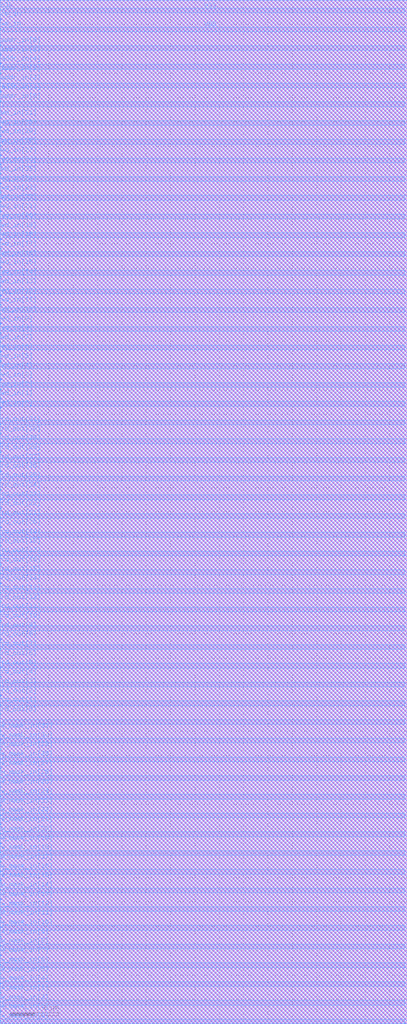
<source format=lef>
# Generated by FakeRAM 2.0
VERSION 5.7 ;
BUSBITCHARS "[]" ;
PROPERTYDEFINITIONS
  MACRO width INTEGER ;
  MACRO depth INTEGER ;
  MACRO banks INTEGER ;
END PROPERTYDEFINITIONS
MACRO fakeram7_128x32
  PROPERTY width 32 ;
  PROPERTY depth 128 ;
  PROPERTY banks 2 ;
  FOREIGN fakeram7_128x32 0 0 ;
  SYMMETRY X Y R90 ;
  SIZE 8.360 BY 21.000 ;
  CLASS BLOCK ;
  PIN w_mask_in[0]
    DIRECTION INPUT ;
    USE SIGNAL ;
    SHAPE ABUTMENT ;
    PORT
      LAYER M4 ;
      RECT 0.000 0.048 0.024 0.072 ;
    END
  END w_mask_in[0]
  PIN w_mask_in[1]
    DIRECTION INPUT ;
    USE SIGNAL ;
    SHAPE ABUTMENT ;
    PORT
      LAYER M4 ;
      RECT 0.000 0.240 0.024 0.264 ;
    END
  END w_mask_in[1]
  PIN w_mask_in[2]
    DIRECTION INPUT ;
    USE SIGNAL ;
    SHAPE ABUTMENT ;
    PORT
      LAYER M4 ;
      RECT 0.000 0.432 0.024 0.456 ;
    END
  END w_mask_in[2]
  PIN w_mask_in[3]
    DIRECTION INPUT ;
    USE SIGNAL ;
    SHAPE ABUTMENT ;
    PORT
      LAYER M4 ;
      RECT 0.000 0.624 0.024 0.648 ;
    END
  END w_mask_in[3]
  PIN w_mask_in[4]
    DIRECTION INPUT ;
    USE SIGNAL ;
    SHAPE ABUTMENT ;
    PORT
      LAYER M4 ;
      RECT 0.000 0.816 0.024 0.840 ;
    END
  END w_mask_in[4]
  PIN w_mask_in[5]
    DIRECTION INPUT ;
    USE SIGNAL ;
    SHAPE ABUTMENT ;
    PORT
      LAYER M4 ;
      RECT 0.000 1.008 0.024 1.032 ;
    END
  END w_mask_in[5]
  PIN w_mask_in[6]
    DIRECTION INPUT ;
    USE SIGNAL ;
    SHAPE ABUTMENT ;
    PORT
      LAYER M4 ;
      RECT 0.000 1.200 0.024 1.224 ;
    END
  END w_mask_in[6]
  PIN w_mask_in[7]
    DIRECTION INPUT ;
    USE SIGNAL ;
    SHAPE ABUTMENT ;
    PORT
      LAYER M4 ;
      RECT 0.000 1.392 0.024 1.416 ;
    END
  END w_mask_in[7]
  PIN w_mask_in[8]
    DIRECTION INPUT ;
    USE SIGNAL ;
    SHAPE ABUTMENT ;
    PORT
      LAYER M4 ;
      RECT 0.000 1.584 0.024 1.608 ;
    END
  END w_mask_in[8]
  PIN w_mask_in[9]
    DIRECTION INPUT ;
    USE SIGNAL ;
    SHAPE ABUTMENT ;
    PORT
      LAYER M4 ;
      RECT 0.000 1.776 0.024 1.800 ;
    END
  END w_mask_in[9]
  PIN w_mask_in[10]
    DIRECTION INPUT ;
    USE SIGNAL ;
    SHAPE ABUTMENT ;
    PORT
      LAYER M4 ;
      RECT 0.000 1.968 0.024 1.992 ;
    END
  END w_mask_in[10]
  PIN w_mask_in[11]
    DIRECTION INPUT ;
    USE SIGNAL ;
    SHAPE ABUTMENT ;
    PORT
      LAYER M4 ;
      RECT 0.000 2.160 0.024 2.184 ;
    END
  END w_mask_in[11]
  PIN w_mask_in[12]
    DIRECTION INPUT ;
    USE SIGNAL ;
    SHAPE ABUTMENT ;
    PORT
      LAYER M4 ;
      RECT 0.000 2.352 0.024 2.376 ;
    END
  END w_mask_in[12]
  PIN w_mask_in[13]
    DIRECTION INPUT ;
    USE SIGNAL ;
    SHAPE ABUTMENT ;
    PORT
      LAYER M4 ;
      RECT 0.000 2.544 0.024 2.568 ;
    END
  END w_mask_in[13]
  PIN w_mask_in[14]
    DIRECTION INPUT ;
    USE SIGNAL ;
    SHAPE ABUTMENT ;
    PORT
      LAYER M4 ;
      RECT 0.000 2.736 0.024 2.760 ;
    END
  END w_mask_in[14]
  PIN w_mask_in[15]
    DIRECTION INPUT ;
    USE SIGNAL ;
    SHAPE ABUTMENT ;
    PORT
      LAYER M4 ;
      RECT 0.000 2.928 0.024 2.952 ;
    END
  END w_mask_in[15]
  PIN w_mask_in[16]
    DIRECTION INPUT ;
    USE SIGNAL ;
    SHAPE ABUTMENT ;
    PORT
      LAYER M4 ;
      RECT 0.000 3.120 0.024 3.144 ;
    END
  END w_mask_in[16]
  PIN w_mask_in[17]
    DIRECTION INPUT ;
    USE SIGNAL ;
    SHAPE ABUTMENT ;
    PORT
      LAYER M4 ;
      RECT 0.000 3.312 0.024 3.336 ;
    END
  END w_mask_in[17]
  PIN w_mask_in[18]
    DIRECTION INPUT ;
    USE SIGNAL ;
    SHAPE ABUTMENT ;
    PORT
      LAYER M4 ;
      RECT 0.000 3.504 0.024 3.528 ;
    END
  END w_mask_in[18]
  PIN w_mask_in[19]
    DIRECTION INPUT ;
    USE SIGNAL ;
    SHAPE ABUTMENT ;
    PORT
      LAYER M4 ;
      RECT 0.000 3.696 0.024 3.720 ;
    END
  END w_mask_in[19]
  PIN w_mask_in[20]
    DIRECTION INPUT ;
    USE SIGNAL ;
    SHAPE ABUTMENT ;
    PORT
      LAYER M4 ;
      RECT 0.000 3.888 0.024 3.912 ;
    END
  END w_mask_in[20]
  PIN w_mask_in[21]
    DIRECTION INPUT ;
    USE SIGNAL ;
    SHAPE ABUTMENT ;
    PORT
      LAYER M4 ;
      RECT 0.000 4.080 0.024 4.104 ;
    END
  END w_mask_in[21]
  PIN w_mask_in[22]
    DIRECTION INPUT ;
    USE SIGNAL ;
    SHAPE ABUTMENT ;
    PORT
      LAYER M4 ;
      RECT 0.000 4.272 0.024 4.296 ;
    END
  END w_mask_in[22]
  PIN w_mask_in[23]
    DIRECTION INPUT ;
    USE SIGNAL ;
    SHAPE ABUTMENT ;
    PORT
      LAYER M4 ;
      RECT 0.000 4.464 0.024 4.488 ;
    END
  END w_mask_in[23]
  PIN w_mask_in[24]
    DIRECTION INPUT ;
    USE SIGNAL ;
    SHAPE ABUTMENT ;
    PORT
      LAYER M4 ;
      RECT 0.000 4.656 0.024 4.680 ;
    END
  END w_mask_in[24]
  PIN w_mask_in[25]
    DIRECTION INPUT ;
    USE SIGNAL ;
    SHAPE ABUTMENT ;
    PORT
      LAYER M4 ;
      RECT 0.000 4.848 0.024 4.872 ;
    END
  END w_mask_in[25]
  PIN w_mask_in[26]
    DIRECTION INPUT ;
    USE SIGNAL ;
    SHAPE ABUTMENT ;
    PORT
      LAYER M4 ;
      RECT 0.000 5.040 0.024 5.064 ;
    END
  END w_mask_in[26]
  PIN w_mask_in[27]
    DIRECTION INPUT ;
    USE SIGNAL ;
    SHAPE ABUTMENT ;
    PORT
      LAYER M4 ;
      RECT 0.000 5.232 0.024 5.256 ;
    END
  END w_mask_in[27]
  PIN w_mask_in[28]
    DIRECTION INPUT ;
    USE SIGNAL ;
    SHAPE ABUTMENT ;
    PORT
      LAYER M4 ;
      RECT 0.000 5.424 0.024 5.448 ;
    END
  END w_mask_in[28]
  PIN w_mask_in[29]
    DIRECTION INPUT ;
    USE SIGNAL ;
    SHAPE ABUTMENT ;
    PORT
      LAYER M4 ;
      RECT 0.000 5.616 0.024 5.640 ;
    END
  END w_mask_in[29]
  PIN w_mask_in[30]
    DIRECTION INPUT ;
    USE SIGNAL ;
    SHAPE ABUTMENT ;
    PORT
      LAYER M4 ;
      RECT 0.000 5.808 0.024 5.832 ;
    END
  END w_mask_in[30]
  PIN w_mask_in[31]
    DIRECTION INPUT ;
    USE SIGNAL ;
    SHAPE ABUTMENT ;
    PORT
      LAYER M4 ;
      RECT 0.000 6.000 0.024 6.024 ;
    END
  END w_mask_in[31]
  PIN rd_out[0]
    DIRECTION OUTPUT ;
    USE SIGNAL ;
    SHAPE ABUTMENT ;
    PORT
      LAYER M4 ;
      RECT 0.000 6.336 0.024 6.360 ;
    END
  END rd_out[0]
  PIN rd_out[1]
    DIRECTION OUTPUT ;
    USE SIGNAL ;
    SHAPE ABUTMENT ;
    PORT
      LAYER M4 ;
      RECT 0.000 6.528 0.024 6.552 ;
    END
  END rd_out[1]
  PIN rd_out[2]
    DIRECTION OUTPUT ;
    USE SIGNAL ;
    SHAPE ABUTMENT ;
    PORT
      LAYER M4 ;
      RECT 0.000 6.720 0.024 6.744 ;
    END
  END rd_out[2]
  PIN rd_out[3]
    DIRECTION OUTPUT ;
    USE SIGNAL ;
    SHAPE ABUTMENT ;
    PORT
      LAYER M4 ;
      RECT 0.000 6.912 0.024 6.936 ;
    END
  END rd_out[3]
  PIN rd_out[4]
    DIRECTION OUTPUT ;
    USE SIGNAL ;
    SHAPE ABUTMENT ;
    PORT
      LAYER M4 ;
      RECT 0.000 7.104 0.024 7.128 ;
    END
  END rd_out[4]
  PIN rd_out[5]
    DIRECTION OUTPUT ;
    USE SIGNAL ;
    SHAPE ABUTMENT ;
    PORT
      LAYER M4 ;
      RECT 0.000 7.296 0.024 7.320 ;
    END
  END rd_out[5]
  PIN rd_out[6]
    DIRECTION OUTPUT ;
    USE SIGNAL ;
    SHAPE ABUTMENT ;
    PORT
      LAYER M4 ;
      RECT 0.000 7.488 0.024 7.512 ;
    END
  END rd_out[6]
  PIN rd_out[7]
    DIRECTION OUTPUT ;
    USE SIGNAL ;
    SHAPE ABUTMENT ;
    PORT
      LAYER M4 ;
      RECT 0.000 7.680 0.024 7.704 ;
    END
  END rd_out[7]
  PIN rd_out[8]
    DIRECTION OUTPUT ;
    USE SIGNAL ;
    SHAPE ABUTMENT ;
    PORT
      LAYER M4 ;
      RECT 0.000 7.872 0.024 7.896 ;
    END
  END rd_out[8]
  PIN rd_out[9]
    DIRECTION OUTPUT ;
    USE SIGNAL ;
    SHAPE ABUTMENT ;
    PORT
      LAYER M4 ;
      RECT 0.000 8.064 0.024 8.088 ;
    END
  END rd_out[9]
  PIN rd_out[10]
    DIRECTION OUTPUT ;
    USE SIGNAL ;
    SHAPE ABUTMENT ;
    PORT
      LAYER M4 ;
      RECT 0.000 8.256 0.024 8.280 ;
    END
  END rd_out[10]
  PIN rd_out[11]
    DIRECTION OUTPUT ;
    USE SIGNAL ;
    SHAPE ABUTMENT ;
    PORT
      LAYER M4 ;
      RECT 0.000 8.448 0.024 8.472 ;
    END
  END rd_out[11]
  PIN rd_out[12]
    DIRECTION OUTPUT ;
    USE SIGNAL ;
    SHAPE ABUTMENT ;
    PORT
      LAYER M4 ;
      RECT 0.000 8.640 0.024 8.664 ;
    END
  END rd_out[12]
  PIN rd_out[13]
    DIRECTION OUTPUT ;
    USE SIGNAL ;
    SHAPE ABUTMENT ;
    PORT
      LAYER M4 ;
      RECT 0.000 8.832 0.024 8.856 ;
    END
  END rd_out[13]
  PIN rd_out[14]
    DIRECTION OUTPUT ;
    USE SIGNAL ;
    SHAPE ABUTMENT ;
    PORT
      LAYER M4 ;
      RECT 0.000 9.024 0.024 9.048 ;
    END
  END rd_out[14]
  PIN rd_out[15]
    DIRECTION OUTPUT ;
    USE SIGNAL ;
    SHAPE ABUTMENT ;
    PORT
      LAYER M4 ;
      RECT 0.000 9.216 0.024 9.240 ;
    END
  END rd_out[15]
  PIN rd_out[16]
    DIRECTION OUTPUT ;
    USE SIGNAL ;
    SHAPE ABUTMENT ;
    PORT
      LAYER M4 ;
      RECT 0.000 9.408 0.024 9.432 ;
    END
  END rd_out[16]
  PIN rd_out[17]
    DIRECTION OUTPUT ;
    USE SIGNAL ;
    SHAPE ABUTMENT ;
    PORT
      LAYER M4 ;
      RECT 0.000 9.600 0.024 9.624 ;
    END
  END rd_out[17]
  PIN rd_out[18]
    DIRECTION OUTPUT ;
    USE SIGNAL ;
    SHAPE ABUTMENT ;
    PORT
      LAYER M4 ;
      RECT 0.000 9.792 0.024 9.816 ;
    END
  END rd_out[18]
  PIN rd_out[19]
    DIRECTION OUTPUT ;
    USE SIGNAL ;
    SHAPE ABUTMENT ;
    PORT
      LAYER M4 ;
      RECT 0.000 9.984 0.024 10.008 ;
    END
  END rd_out[19]
  PIN rd_out[20]
    DIRECTION OUTPUT ;
    USE SIGNAL ;
    SHAPE ABUTMENT ;
    PORT
      LAYER M4 ;
      RECT 0.000 10.176 0.024 10.200 ;
    END
  END rd_out[20]
  PIN rd_out[21]
    DIRECTION OUTPUT ;
    USE SIGNAL ;
    SHAPE ABUTMENT ;
    PORT
      LAYER M4 ;
      RECT 0.000 10.368 0.024 10.392 ;
    END
  END rd_out[21]
  PIN rd_out[22]
    DIRECTION OUTPUT ;
    USE SIGNAL ;
    SHAPE ABUTMENT ;
    PORT
      LAYER M4 ;
      RECT 0.000 10.560 0.024 10.584 ;
    END
  END rd_out[22]
  PIN rd_out[23]
    DIRECTION OUTPUT ;
    USE SIGNAL ;
    SHAPE ABUTMENT ;
    PORT
      LAYER M4 ;
      RECT 0.000 10.752 0.024 10.776 ;
    END
  END rd_out[23]
  PIN rd_out[24]
    DIRECTION OUTPUT ;
    USE SIGNAL ;
    SHAPE ABUTMENT ;
    PORT
      LAYER M4 ;
      RECT 0.000 10.944 0.024 10.968 ;
    END
  END rd_out[24]
  PIN rd_out[25]
    DIRECTION OUTPUT ;
    USE SIGNAL ;
    SHAPE ABUTMENT ;
    PORT
      LAYER M4 ;
      RECT 0.000 11.136 0.024 11.160 ;
    END
  END rd_out[25]
  PIN rd_out[26]
    DIRECTION OUTPUT ;
    USE SIGNAL ;
    SHAPE ABUTMENT ;
    PORT
      LAYER M4 ;
      RECT 0.000 11.328 0.024 11.352 ;
    END
  END rd_out[26]
  PIN rd_out[27]
    DIRECTION OUTPUT ;
    USE SIGNAL ;
    SHAPE ABUTMENT ;
    PORT
      LAYER M4 ;
      RECT 0.000 11.520 0.024 11.544 ;
    END
  END rd_out[27]
  PIN rd_out[28]
    DIRECTION OUTPUT ;
    USE SIGNAL ;
    SHAPE ABUTMENT ;
    PORT
      LAYER M4 ;
      RECT 0.000 11.712 0.024 11.736 ;
    END
  END rd_out[28]
  PIN rd_out[29]
    DIRECTION OUTPUT ;
    USE SIGNAL ;
    SHAPE ABUTMENT ;
    PORT
      LAYER M4 ;
      RECT 0.000 11.904 0.024 11.928 ;
    END
  END rd_out[29]
  PIN rd_out[30]
    DIRECTION OUTPUT ;
    USE SIGNAL ;
    SHAPE ABUTMENT ;
    PORT
      LAYER M4 ;
      RECT 0.000 12.096 0.024 12.120 ;
    END
  END rd_out[30]
  PIN rd_out[31]
    DIRECTION OUTPUT ;
    USE SIGNAL ;
    SHAPE ABUTMENT ;
    PORT
      LAYER M4 ;
      RECT 0.000 12.288 0.024 12.312 ;
    END
  END rd_out[31]
  PIN wd_in[0]
    DIRECTION INPUT ;
    USE SIGNAL ;
    SHAPE ABUTMENT ;
    PORT
      LAYER M4 ;
      RECT 0.000 12.624 0.024 12.648 ;
    END
  END wd_in[0]
  PIN wd_in[1]
    DIRECTION INPUT ;
    USE SIGNAL ;
    SHAPE ABUTMENT ;
    PORT
      LAYER M4 ;
      RECT 0.000 12.816 0.024 12.840 ;
    END
  END wd_in[1]
  PIN wd_in[2]
    DIRECTION INPUT ;
    USE SIGNAL ;
    SHAPE ABUTMENT ;
    PORT
      LAYER M4 ;
      RECT 0.000 13.008 0.024 13.032 ;
    END
  END wd_in[2]
  PIN wd_in[3]
    DIRECTION INPUT ;
    USE SIGNAL ;
    SHAPE ABUTMENT ;
    PORT
      LAYER M4 ;
      RECT 0.000 13.200 0.024 13.224 ;
    END
  END wd_in[3]
  PIN wd_in[4]
    DIRECTION INPUT ;
    USE SIGNAL ;
    SHAPE ABUTMENT ;
    PORT
      LAYER M4 ;
      RECT 0.000 13.392 0.024 13.416 ;
    END
  END wd_in[4]
  PIN wd_in[5]
    DIRECTION INPUT ;
    USE SIGNAL ;
    SHAPE ABUTMENT ;
    PORT
      LAYER M4 ;
      RECT 0.000 13.584 0.024 13.608 ;
    END
  END wd_in[5]
  PIN wd_in[6]
    DIRECTION INPUT ;
    USE SIGNAL ;
    SHAPE ABUTMENT ;
    PORT
      LAYER M4 ;
      RECT 0.000 13.776 0.024 13.800 ;
    END
  END wd_in[6]
  PIN wd_in[7]
    DIRECTION INPUT ;
    USE SIGNAL ;
    SHAPE ABUTMENT ;
    PORT
      LAYER M4 ;
      RECT 0.000 13.968 0.024 13.992 ;
    END
  END wd_in[7]
  PIN wd_in[8]
    DIRECTION INPUT ;
    USE SIGNAL ;
    SHAPE ABUTMENT ;
    PORT
      LAYER M4 ;
      RECT 0.000 14.160 0.024 14.184 ;
    END
  END wd_in[8]
  PIN wd_in[9]
    DIRECTION INPUT ;
    USE SIGNAL ;
    SHAPE ABUTMENT ;
    PORT
      LAYER M4 ;
      RECT 0.000 14.352 0.024 14.376 ;
    END
  END wd_in[9]
  PIN wd_in[10]
    DIRECTION INPUT ;
    USE SIGNAL ;
    SHAPE ABUTMENT ;
    PORT
      LAYER M4 ;
      RECT 0.000 14.544 0.024 14.568 ;
    END
  END wd_in[10]
  PIN wd_in[11]
    DIRECTION INPUT ;
    USE SIGNAL ;
    SHAPE ABUTMENT ;
    PORT
      LAYER M4 ;
      RECT 0.000 14.736 0.024 14.760 ;
    END
  END wd_in[11]
  PIN wd_in[12]
    DIRECTION INPUT ;
    USE SIGNAL ;
    SHAPE ABUTMENT ;
    PORT
      LAYER M4 ;
      RECT 0.000 14.928 0.024 14.952 ;
    END
  END wd_in[12]
  PIN wd_in[13]
    DIRECTION INPUT ;
    USE SIGNAL ;
    SHAPE ABUTMENT ;
    PORT
      LAYER M4 ;
      RECT 0.000 15.120 0.024 15.144 ;
    END
  END wd_in[13]
  PIN wd_in[14]
    DIRECTION INPUT ;
    USE SIGNAL ;
    SHAPE ABUTMENT ;
    PORT
      LAYER M4 ;
      RECT 0.000 15.312 0.024 15.336 ;
    END
  END wd_in[14]
  PIN wd_in[15]
    DIRECTION INPUT ;
    USE SIGNAL ;
    SHAPE ABUTMENT ;
    PORT
      LAYER M4 ;
      RECT 0.000 15.504 0.024 15.528 ;
    END
  END wd_in[15]
  PIN wd_in[16]
    DIRECTION INPUT ;
    USE SIGNAL ;
    SHAPE ABUTMENT ;
    PORT
      LAYER M4 ;
      RECT 0.000 15.696 0.024 15.720 ;
    END
  END wd_in[16]
  PIN wd_in[17]
    DIRECTION INPUT ;
    USE SIGNAL ;
    SHAPE ABUTMENT ;
    PORT
      LAYER M4 ;
      RECT 0.000 15.888 0.024 15.912 ;
    END
  END wd_in[17]
  PIN wd_in[18]
    DIRECTION INPUT ;
    USE SIGNAL ;
    SHAPE ABUTMENT ;
    PORT
      LAYER M4 ;
      RECT 0.000 16.080 0.024 16.104 ;
    END
  END wd_in[18]
  PIN wd_in[19]
    DIRECTION INPUT ;
    USE SIGNAL ;
    SHAPE ABUTMENT ;
    PORT
      LAYER M4 ;
      RECT 0.000 16.272 0.024 16.296 ;
    END
  END wd_in[19]
  PIN wd_in[20]
    DIRECTION INPUT ;
    USE SIGNAL ;
    SHAPE ABUTMENT ;
    PORT
      LAYER M4 ;
      RECT 0.000 16.464 0.024 16.488 ;
    END
  END wd_in[20]
  PIN wd_in[21]
    DIRECTION INPUT ;
    USE SIGNAL ;
    SHAPE ABUTMENT ;
    PORT
      LAYER M4 ;
      RECT 0.000 16.656 0.024 16.680 ;
    END
  END wd_in[21]
  PIN wd_in[22]
    DIRECTION INPUT ;
    USE SIGNAL ;
    SHAPE ABUTMENT ;
    PORT
      LAYER M4 ;
      RECT 0.000 16.848 0.024 16.872 ;
    END
  END wd_in[22]
  PIN wd_in[23]
    DIRECTION INPUT ;
    USE SIGNAL ;
    SHAPE ABUTMENT ;
    PORT
      LAYER M4 ;
      RECT 0.000 17.040 0.024 17.064 ;
    END
  END wd_in[23]
  PIN wd_in[24]
    DIRECTION INPUT ;
    USE SIGNAL ;
    SHAPE ABUTMENT ;
    PORT
      LAYER M4 ;
      RECT 0.000 17.232 0.024 17.256 ;
    END
  END wd_in[24]
  PIN wd_in[25]
    DIRECTION INPUT ;
    USE SIGNAL ;
    SHAPE ABUTMENT ;
    PORT
      LAYER M4 ;
      RECT 0.000 17.424 0.024 17.448 ;
    END
  END wd_in[25]
  PIN wd_in[26]
    DIRECTION INPUT ;
    USE SIGNAL ;
    SHAPE ABUTMENT ;
    PORT
      LAYER M4 ;
      RECT 0.000 17.616 0.024 17.640 ;
    END
  END wd_in[26]
  PIN wd_in[27]
    DIRECTION INPUT ;
    USE SIGNAL ;
    SHAPE ABUTMENT ;
    PORT
      LAYER M4 ;
      RECT 0.000 17.808 0.024 17.832 ;
    END
  END wd_in[27]
  PIN wd_in[28]
    DIRECTION INPUT ;
    USE SIGNAL ;
    SHAPE ABUTMENT ;
    PORT
      LAYER M4 ;
      RECT 0.000 18.000 0.024 18.024 ;
    END
  END wd_in[28]
  PIN wd_in[29]
    DIRECTION INPUT ;
    USE SIGNAL ;
    SHAPE ABUTMENT ;
    PORT
      LAYER M4 ;
      RECT 0.000 18.192 0.024 18.216 ;
    END
  END wd_in[29]
  PIN wd_in[30]
    DIRECTION INPUT ;
    USE SIGNAL ;
    SHAPE ABUTMENT ;
    PORT
      LAYER M4 ;
      RECT 0.000 18.384 0.024 18.408 ;
    END
  END wd_in[30]
  PIN wd_in[31]
    DIRECTION INPUT ;
    USE SIGNAL ;
    SHAPE ABUTMENT ;
    PORT
      LAYER M4 ;
      RECT 0.000 18.576 0.024 18.600 ;
    END
  END wd_in[31]
  PIN addr_in[0]
    DIRECTION INPUT ;
    USE SIGNAL ;
    SHAPE ABUTMENT ;
    PORT
      LAYER M4 ;
      RECT 0.000 18.912 0.024 18.936 ;
    END
  END addr_in[0]
  PIN addr_in[1]
    DIRECTION INPUT ;
    USE SIGNAL ;
    SHAPE ABUTMENT ;
    PORT
      LAYER M4 ;
      RECT 0.000 19.104 0.024 19.128 ;
    END
  END addr_in[1]
  PIN addr_in[2]
    DIRECTION INPUT ;
    USE SIGNAL ;
    SHAPE ABUTMENT ;
    PORT
      LAYER M4 ;
      RECT 0.000 19.296 0.024 19.320 ;
    END
  END addr_in[2]
  PIN addr_in[3]
    DIRECTION INPUT ;
    USE SIGNAL ;
    SHAPE ABUTMENT ;
    PORT
      LAYER M4 ;
      RECT 0.000 19.488 0.024 19.512 ;
    END
  END addr_in[3]
  PIN addr_in[4]
    DIRECTION INPUT ;
    USE SIGNAL ;
    SHAPE ABUTMENT ;
    PORT
      LAYER M4 ;
      RECT 0.000 19.680 0.024 19.704 ;
    END
  END addr_in[4]
  PIN addr_in[5]
    DIRECTION INPUT ;
    USE SIGNAL ;
    SHAPE ABUTMENT ;
    PORT
      LAYER M4 ;
      RECT 0.000 19.872 0.024 19.896 ;
    END
  END addr_in[5]
  PIN addr_in[6]
    DIRECTION INPUT ;
    USE SIGNAL ;
    SHAPE ABUTMENT ;
    PORT
      LAYER M4 ;
      RECT 0.000 20.064 0.024 20.088 ;
    END
  END addr_in[6]
  PIN we_in
    DIRECTION INPUT ;
    USE SIGNAL ;
    SHAPE ABUTMENT ;
    PORT
      LAYER M4 ;
      RECT 0.000 20.400 0.024 20.424 ;
    END
  END we_in
  PIN ce_in
    DIRECTION INPUT ;
    USE SIGNAL ;
    SHAPE ABUTMENT ;
    PORT
      LAYER M4 ;
      RECT 0.000 20.592 0.024 20.616 ;
    END
  END ce_in
  PIN clk
    DIRECTION INPUT ;
    USE SIGNAL ;
    SHAPE ABUTMENT ;
    PORT
      LAYER M4 ;
      RECT 0.000 20.784 0.024 20.808 ;
    END
  END clk
  PIN VSS
    DIRECTION INOUT ;
    USE GROUND ;
    PORT
      LAYER M4 ;
      RECT 0.048 0.000 8.312 0.096 ;
      RECT 0.048 0.768 8.312 0.864 ;
      RECT 0.048 1.536 8.312 1.632 ;
      RECT 0.048 2.304 8.312 2.400 ;
      RECT 0.048 3.072 8.312 3.168 ;
      RECT 0.048 3.840 8.312 3.936 ;
      RECT 0.048 4.608 8.312 4.704 ;
      RECT 0.048 5.376 8.312 5.472 ;
      RECT 0.048 6.144 8.312 6.240 ;
      RECT 0.048 6.912 8.312 7.008 ;
      RECT 0.048 7.680 8.312 7.776 ;
      RECT 0.048 8.448 8.312 8.544 ;
      RECT 0.048 9.216 8.312 9.312 ;
      RECT 0.048 9.984 8.312 10.080 ;
      RECT 0.048 10.752 8.312 10.848 ;
      RECT 0.048 11.520 8.312 11.616 ;
      RECT 0.048 12.288 8.312 12.384 ;
      RECT 0.048 13.056 8.312 13.152 ;
      RECT 0.048 13.824 8.312 13.920 ;
      RECT 0.048 14.592 8.312 14.688 ;
      RECT 0.048 15.360 8.312 15.456 ;
      RECT 0.048 16.128 8.312 16.224 ;
      RECT 0.048 16.896 8.312 16.992 ;
      RECT 0.048 17.664 8.312 17.760 ;
      RECT 0.048 18.432 8.312 18.528 ;
      RECT 0.048 19.200 8.312 19.296 ;
      RECT 0.048 19.968 8.312 20.064 ;
      RECT 0.048 20.736 8.312 20.832 ;
    END
  END VSS
  PIN VDD
    DIRECTION INOUT ;
    USE POWER ;
    PORT
      LAYER M4 ;
      RECT 0.048 0.384 8.312 0.480 ;
      RECT 0.048 1.152 8.312 1.248 ;
      RECT 0.048 1.920 8.312 2.016 ;
      RECT 0.048 2.688 8.312 2.784 ;
      RECT 0.048 3.456 8.312 3.552 ;
      RECT 0.048 4.224 8.312 4.320 ;
      RECT 0.048 4.992 8.312 5.088 ;
      RECT 0.048 5.760 8.312 5.856 ;
      RECT 0.048 6.528 8.312 6.624 ;
      RECT 0.048 7.296 8.312 7.392 ;
      RECT 0.048 8.064 8.312 8.160 ;
      RECT 0.048 8.832 8.312 8.928 ;
      RECT 0.048 9.600 8.312 9.696 ;
      RECT 0.048 10.368 8.312 10.464 ;
      RECT 0.048 11.136 8.312 11.232 ;
      RECT 0.048 11.904 8.312 12.000 ;
      RECT 0.048 12.672 8.312 12.768 ;
      RECT 0.048 13.440 8.312 13.536 ;
      RECT 0.048 14.208 8.312 14.304 ;
      RECT 0.048 14.976 8.312 15.072 ;
      RECT 0.048 15.744 8.312 15.840 ;
      RECT 0.048 16.512 8.312 16.608 ;
      RECT 0.048 17.280 8.312 17.376 ;
      RECT 0.048 18.048 8.312 18.144 ;
      RECT 0.048 18.816 8.312 18.912 ;
      RECT 0.048 19.584 8.312 19.680 ;
      RECT 0.048 20.352 8.312 20.448 ;
    END
  END VDD
  OBS
    LAYER M1 ;
    RECT 0 0 8.360 21.000 ;
    LAYER M2 ;
    RECT 0 0 8.360 21.000 ;
    LAYER M3 ;
    RECT 0 0 8.360 21.000 ;
    LAYER M4 ;
    RECT 0 0 8.360 21.000 ;
  END
END fakeram7_128x32

END LIBRARY

</source>
